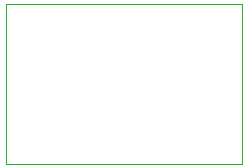
<source format=gbr>
%TF.GenerationSoftware,KiCad,Pcbnew,9.0.2*%
%TF.CreationDate,2025-06-05T19:52:50+05:30*%
%TF.ProjectId,Ohms law 2 layers,4f686d73-206c-4617-9720-32206c617965,rev?*%
%TF.SameCoordinates,Original*%
%TF.FileFunction,Profile,NP*%
%FSLAX46Y46*%
G04 Gerber Fmt 4.6, Leading zero omitted, Abs format (unit mm)*
G04 Created by KiCad (PCBNEW 9.0.2) date 2025-06-05 19:52:50*
%MOMM*%
%LPD*%
G01*
G04 APERTURE LIST*
%TA.AperFunction,Profile*%
%ADD10C,0.050000*%
%TD*%
G04 APERTURE END LIST*
D10*
X175000000Y-104500000D02*
X195000000Y-104500000D01*
X195000000Y-118000000D01*
X175000000Y-118000000D01*
X175000000Y-104500000D01*
M02*

</source>
